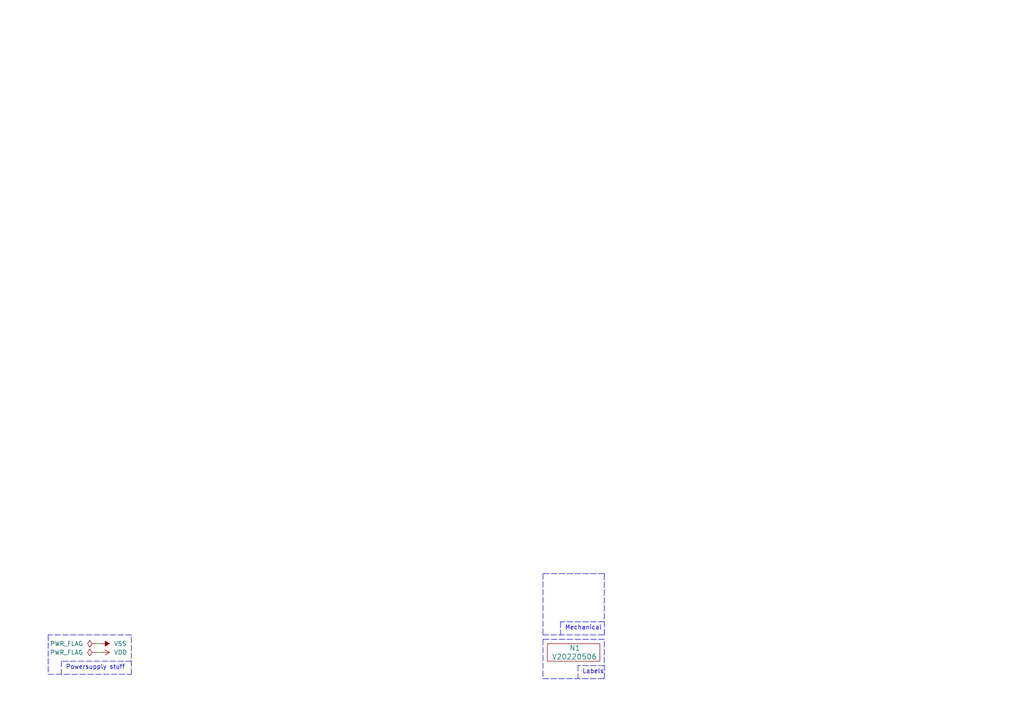
<source format=kicad_sch>
(kicad_sch (version 20231120) (generator "eeschema") (generator_version "8.0")
  (paper "A4")
  (lib_symbols
    (symbol "SquantorLabels:VYYYYMMDD" (pin_names (offset 1.016))
      (property "Reference" "N" (at 0 2.54 0))
      (property "Value" "VYYYYMMDD" (at 0 0 0))
      (symbol "VYYYYMMDD_0_1"
        (rectangle (start 7.62 -1.27) (end -7.62 3.81))
      )
    )
    (symbol "power:PWR_FLAG" (power) (pin_numbers hide) (pin_names (offset 0) hide)
      (property "Value" "PWR_FLAG" (at 0 3.81 0))
      (symbol "PWR_FLAG_0_0"
        (pin power_out line (at 0 0 90) (length 0) (name "pwr") (number "1"))
      )
      (symbol "PWR_FLAG_0_1"
        (polyline (pts (xy 0 0) (xy 0 1.27) (xy -1.016 1.905) (xy 0 2.54) (xy 1.016 1.905) (xy 0 1.27)))
      )
    )
    (symbol "power:VDD" (power) (pin_names (offset 0))
      (property "Value" "VDD" (at 0 3.81 0))
      (symbol "VDD_0_1"
        (polyline (pts (xy -0.762 1.27) (xy 0 2.54)))
        (polyline (pts (xy 0 0) (xy 0 2.54)))
        (polyline (pts (xy 0 2.54) (xy 0.762 1.27)))
      )
      (symbol "VDD_1_1"
        (pin power_in line (at 0 0 90) (length 0) hide (name "VDD") (number "1"))
      )
    )
    (symbol "power:VSS" (power) (pin_names (offset 0))
      (property "Value" "VSS" (at 0 3.81 0))
      (symbol "VSS_0_1"
        (polyline (pts (xy 0 0) (xy 0 2.54)))
        (polyline (pts (xy 0.762 1.27) (xy -0.762 1.27) (xy 0 2.54) (xy 0.762 1.27)) (fill (type outline)))
      )
      (symbol "VSS_1_1"
        (pin power_in line (at 0 0 90) (length 0) hide (name "VSS") (number "1"))
      )
    )
  )
  (polyline (pts (xy 167.64 193.04) (xy 167.64 196.85)) (stroke (width 0) (type dash)))
  (polyline (pts (xy 175.26 185.42) (xy 157.48 185.42)) (stroke (width 0) (type dash)))
  (polyline (pts (xy 175.26 193.04) (xy 167.64 193.04)) (stroke (width 0) (type dash)))
  (polyline (pts (xy 175.26 184.15) (xy 175.26 166.37)) (stroke (width 0) (type dash)))
  (polyline (pts (xy 175.26 180.34) (xy 162.56 180.34)) (stroke (width 0) (type dash)))
  (polyline (pts (xy 38.1 184.15) (xy 13.97 184.15)) (stroke (width 0) (type dash)))
  (polyline (pts (xy 157.48 185.42) (xy 157.48 196.85)) (stroke (width 0) (type dash)))
  (wire (pts (xy 27.94 186.69) (xy 29.21 186.69)))
  (polyline (pts (xy 157.48 184.15) (xy 175.26 184.15)) (stroke (width 0) (type dash)))
  (polyline (pts (xy 38.1 191.77) (xy 17.78 191.77)) (stroke (width 0) (type dash)))
  (polyline (pts (xy 162.56 180.34) (xy 162.56 184.15)) (stroke (width 0) (type dash)))
  (polyline (pts (xy 157.48 196.85) (xy 175.26 196.85)) (stroke (width 0) (type dash)))
  (polyline (pts (xy 175.26 196.85) (xy 175.26 185.42)) (stroke (width 0) (type dash)))
  (polyline (pts (xy 13.97 184.15) (xy 13.97 195.58)) (stroke (width 0) (type dash)))
  (polyline (pts (xy 13.97 195.58) (xy 38.1 195.58)) (stroke (width 0) (type dash)))
  (wire (pts (xy 27.94 189.23) (xy 29.21 189.23)))
  (polyline (pts (xy 38.1 195.58) (xy 38.1 184.15)) (stroke (width 0) (type dash)))
  (polyline (pts (xy 157.48 166.37) (xy 157.48 184.15)) (stroke (width 0) (type dash)))
  (polyline (pts (xy 175.26 166.37) (xy 157.48 166.37)) (stroke (width 0) (type dash)))
  (polyline (pts (xy 17.78 191.77) (xy 17.78 195.58)) (stroke (width 0) (type dash)))
  (text "Labels" (at 168.91 195.58 0) (effects (font (size 1.27 1.27)) (justify left bottom)))
  (text "Powersupply stuff" (at 19.05 194.31 0) (effects (font (size 1.27 1.27)) (justify left bottom)))
  (text "Mechanical" (at 163.83 182.88 0) (effects (font (size 1.27 1.27)) (justify left bottom)))
  (symbol (lib_id "power:VDD") (at 29.21 189.23 270) (unit 1)
    (property "Reference" "#PWR0101" (effects (hide yes)))
    (property "Value" "VDD" (at 33.02 189.2299 90) (effects (justify left)))
  )
  (symbol (lib_id "power:VSS") (at 29.21 186.69 270) (unit 1)
    (property "Reference" "#PWR0102" (effects (hide yes)))
    (property "Value" "VSS" (at 33.02 186.6899 90) (effects (justify left)))
  )
  (symbol (lib_id "power:PWR_FLAG") (at 27.94 189.23 90) (unit 1)
    (property "Reference" "#FLG0102" (effects (hide yes)))
    (property "Value" "PWR_FLAG" (at 24.13 189.2299 90) (effects (justify left)))
  )
  (symbol (lib_id "power:PWR_FLAG") (at 27.94 186.69 90) (unit 1)
    (property "Reference" "#FLG0101" (effects (hide yes)))
    (property "Value" "PWR_FLAG" (at 24.13 186.6899 90) (effects (justify left)))
  )
  (symbol (lib_id "SquantorLabels:VYYYYMMDD") (at 166.37 190.5 0) (unit 1)
    (property "Reference" "N1" (at 165.1 187.96 0) (effects (font (size 1.524 1.524)) (justify left)))
    (property "Value" "V20220506" (at 160.02 190.5 0) (effects (font (size 1.524 1.524)) (justify left)))
    (property "Footprint" "SquantorLabels:Label_Generic" (effects (hide yes)))
  )
)
</source>
